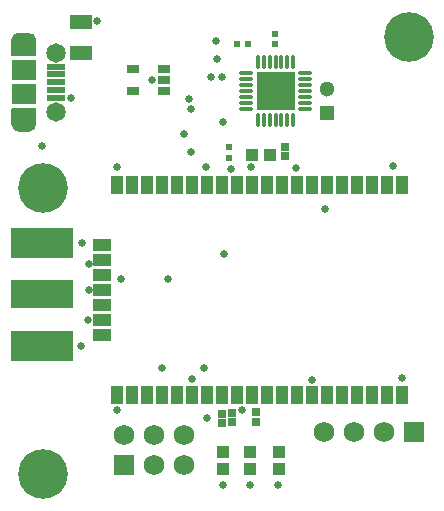
<source format=gbr>
%TF.GenerationSoftware,Altium Limited,Altium Designer,23.3.1 (30)*%
G04 Layer_Color=8388736*
%FSLAX45Y45*%
%MOMM*%
%TF.SameCoordinates,3D4662BF-085F-4CF4-8E86-F61BF3E894F1*%
%TF.FilePolarity,Negative*%
%TF.FileFunction,Soldermask,Top*%
%TF.Part,Single*%
G01*
G75*
%TA.AperFunction,SMDPad,CuDef*%
%ADD11R,1.52400X1.01600*%
%ADD12R,1.01600X1.52400*%
%ADD13R,0.56818X0.57247*%
%ADD24R,0.99000X0.69000*%
%ADD25R,0.57247X0.56818*%
%ADD27R,0.47247X0.46818*%
%TA.AperFunction,ComponentPad*%
%ADD37R,1.30000X1.30000*%
%ADD38C,1.30000*%
%TA.AperFunction,NonConductor*%
%ADD57C,0.70320*%
%TA.AperFunction,ConnectorPad*%
%ADD58R,5.28320X2.61620*%
%ADD59R,5.28320X2.48920*%
%TA.AperFunction,SMDPad,CuDef*%
%ADD60R,1.00320X1.00320*%
%ADD61R,0.65320X0.65320*%
%TA.AperFunction,ConnectorPad*%
%ADD62R,2.10320X1.70320*%
%ADD63R,1.55320X0.60320*%
%TA.AperFunction,SMDPad,CuDef*%
%ADD64O,1.15320X0.40320*%
%ADD65O,0.40320X1.15320*%
%ADD66R,3.33320X3.33320*%
%ADD67R,1.90320X1.30320*%
%ADD68R,1.00320X1.00320*%
%TA.AperFunction,ViaPad*%
%ADD69C,4.20320*%
%TA.AperFunction,ComponentPad*%
%ADD70R,1.75320X1.75320*%
%ADD71C,1.75320*%
%ADD72C,1.65320*%
%TA.AperFunction,ViaPad*%
%ADD73C,0.64720*%
%ADD74C,0.70320*%
G36*
X236029Y3397795D02*
X237335Y3397535D01*
X238596Y3397107D01*
X239791Y3396517D01*
X240898Y3395778D01*
X241900Y3394899D01*
X242778Y3393898D01*
X243518Y3392791D01*
X244107Y3391596D01*
X244535Y3390335D01*
X244795Y3389029D01*
X244882Y3387700D01*
Y3257700D01*
X244795Y3256371D01*
X244535Y3255065D01*
X244107Y3253804D01*
X243518Y3252609D01*
X242778Y3251501D01*
X241900Y3250500D01*
X240898Y3249622D01*
X239791Y3248882D01*
X238596Y3248293D01*
X237335Y3247865D01*
X236029Y3247605D01*
X234700Y3247518D01*
X194885D01*
Y3207702D01*
X194797Y3206373D01*
X194538Y3205067D01*
X194110Y3203806D01*
X193819Y3203217D01*
X193521Y3202611D01*
X192781Y3201504D01*
X191903Y3200503D01*
X191902D01*
Y3200502D01*
X190901Y3199624D01*
X189794Y3198884D01*
X189189Y3198586D01*
X188599Y3198295D01*
X187338Y3197867D01*
X186032Y3197607D01*
X184703Y3197520D01*
X94700Y3197518D01*
D01*
X94700D01*
X93371Y3197605D01*
X92065Y3197865D01*
X90804Y3198293D01*
X90215Y3198583D01*
X89609Y3198882D01*
X88502Y3199622D01*
X87501Y3200500D01*
Y3200500D01*
X87500D01*
X86622Y3201501D01*
X85882Y3202609D01*
X85584Y3203214D01*
X85293Y3203803D01*
X84865Y3205064D01*
X84605Y3206371D01*
X84518Y3207699D01*
D01*
Y3207700D01*
Y3247518D01*
X44700D01*
X43371Y3247605D01*
X42065Y3247865D01*
X40804Y3248293D01*
X39609Y3248882D01*
X38502Y3249622D01*
X37500Y3250500D01*
X36622Y3251501D01*
X35882Y3252609D01*
X35293Y3253804D01*
X34865Y3255065D01*
X34605Y3256371D01*
X34518Y3257700D01*
Y3387700D01*
X34605Y3389029D01*
X34865Y3390335D01*
X35293Y3391596D01*
X35882Y3392791D01*
X36622Y3393898D01*
X37500Y3394899D01*
X38502Y3395778D01*
X39609Y3396517D01*
X40804Y3397107D01*
X42065Y3397535D01*
X43371Y3397795D01*
X44700Y3397882D01*
X234700D01*
X236029Y3397795D01*
D02*
G37*
G36*
X186029Y4037795D02*
X187335Y4037535D01*
X188596Y4037107D01*
X189185Y4036816D01*
X189791Y4036518D01*
X190898Y4035778D01*
X191899Y4034900D01*
Y4034900D01*
X191900D01*
X192778Y4033898D01*
X193518Y4032791D01*
X193816Y4032186D01*
X194107Y4031597D01*
X194535Y4030336D01*
X194795Y4029029D01*
X194882Y4027700D01*
D01*
Y4027700D01*
Y3987882D01*
X234700D01*
X236029Y3987795D01*
X237335Y3987535D01*
X238596Y3987107D01*
X239791Y3986518D01*
X240898Y3985778D01*
X241900Y3984900D01*
X242778Y3983898D01*
X243518Y3982791D01*
X244107Y3981596D01*
X244535Y3980335D01*
X244795Y3979029D01*
X244882Y3977700D01*
Y3847700D01*
X244795Y3846371D01*
X244535Y3845065D01*
X244107Y3843804D01*
X243518Y3842609D01*
X242778Y3841502D01*
X241900Y3840500D01*
X240898Y3839622D01*
X239791Y3838882D01*
X238596Y3838293D01*
X237335Y3837865D01*
X236029Y3837605D01*
X234700Y3837518D01*
X44700D01*
X43371Y3837605D01*
X42065Y3837865D01*
X40804Y3838293D01*
X39609Y3838882D01*
X38502Y3839622D01*
X37500Y3840500D01*
X36622Y3841502D01*
X35882Y3842609D01*
X35293Y3843804D01*
X34865Y3845065D01*
X34605Y3846371D01*
X34518Y3847700D01*
Y3977700D01*
X34605Y3979029D01*
X34865Y3980335D01*
X35293Y3981596D01*
X35882Y3982791D01*
X36622Y3983898D01*
X37500Y3984900D01*
X38502Y3985778D01*
X39609Y3986518D01*
X40804Y3987107D01*
X42065Y3987535D01*
X43371Y3987795D01*
X44700Y3987882D01*
X84515D01*
Y4027698D01*
X84603Y4029027D01*
X84862Y4030333D01*
X85290Y4031594D01*
X85581Y4032183D01*
X85879Y4032788D01*
X86619Y4033896D01*
X87497Y4034897D01*
X87498D01*
Y4034897D01*
X88499Y4035776D01*
X89606Y4036515D01*
X90211Y4036814D01*
X90801Y4037105D01*
X92062Y4037533D01*
X93368Y4037793D01*
X94697Y4037880D01*
X184700Y4037882D01*
D01*
X184700D01*
X186029Y4037795D01*
D02*
G37*
D11*
X800100Y1478500D02*
D03*
Y1605500D02*
D03*
Y1732500D02*
D03*
Y1859500D02*
D03*
Y1986500D02*
D03*
Y2113500D02*
D03*
Y2240500D02*
D03*
D12*
X3340100Y970500D02*
D03*
X3213100D02*
D03*
X3086100D02*
D03*
X2959100D02*
D03*
X2832100D02*
D03*
X2705100D02*
D03*
X2578100D02*
D03*
X2451100D02*
D03*
X2324100D02*
D03*
X2197100D02*
D03*
X2070100D02*
D03*
X1943100D02*
D03*
X1816100D02*
D03*
X1689100D02*
D03*
X1562100D02*
D03*
X1435100D02*
D03*
X1308100D02*
D03*
X1181100D02*
D03*
X1054100D02*
D03*
X927100D02*
D03*
Y2748500D02*
D03*
X1054100D02*
D03*
X1181100D02*
D03*
X1308100D02*
D03*
X1435100D02*
D03*
X1562100D02*
D03*
X1689100D02*
D03*
X1816100D02*
D03*
X1943100D02*
D03*
X2070100D02*
D03*
X2197100D02*
D03*
X2324100D02*
D03*
X2451100D02*
D03*
X2578100D02*
D03*
X2705100D02*
D03*
X2832100D02*
D03*
X2959100D02*
D03*
X3086100D02*
D03*
X3213100D02*
D03*
X3340100D02*
D03*
D13*
X2039114Y3942300D02*
D03*
X1948685D02*
D03*
D24*
X1323300Y3542499D02*
D03*
Y3637500D02*
D03*
Y3732501D02*
D03*
X1064301D02*
D03*
Y3542499D02*
D03*
D25*
X1879600Y3066000D02*
D03*
Y2975571D02*
D03*
D27*
X2265000Y3942284D02*
D03*
Y4022716D02*
D03*
D37*
X2705100Y3358100D02*
D03*
D38*
Y3558100D02*
D03*
D57*
X209700Y3257700D02*
G03*
X209700Y3257700I-25000J0D01*
G01*
X119700D02*
G03*
X119700Y3257700I-25000J0D01*
G01*
X209700Y3977700D02*
G03*
X209700Y3977700I-25000J0D01*
G01*
X119700D02*
G03*
X119700Y3977700I-25000J0D01*
G01*
D58*
X292100Y2259550D02*
D03*
Y1383250D02*
D03*
D59*
Y1821400D02*
D03*
D60*
X2057508Y489992D02*
D03*
Y339990D02*
D03*
X2300008Y489992D02*
D03*
Y339990D02*
D03*
X1825010Y489989D02*
D03*
Y339992D02*
D03*
D61*
X1905000Y740000D02*
D03*
Y820000D02*
D03*
X2102500Y742500D02*
D03*
Y822500D02*
D03*
X1815000Y730000D02*
D03*
Y810000D02*
D03*
X2350000Y3070000D02*
D03*
Y2990000D02*
D03*
D62*
X139700Y3517698D02*
D03*
Y3717698D02*
D03*
D63*
X409702Y3487701D02*
D03*
Y3552700D02*
D03*
Y3617698D02*
D03*
Y3682702D02*
D03*
Y3747700D02*
D03*
D64*
X2023400Y3692400D02*
D03*
Y3642402D02*
D03*
Y3592400D02*
D03*
Y3542402D02*
D03*
Y3492400D02*
D03*
Y3442403D02*
D03*
Y3392400D02*
D03*
X2518400D02*
D03*
Y3442403D02*
D03*
Y3492400D02*
D03*
Y3542402D02*
D03*
Y3592400D02*
D03*
Y3642402D02*
D03*
Y3692400D02*
D03*
D65*
X2120900Y3294900D02*
D03*
X2170902D02*
D03*
X2220900D02*
D03*
X2270902D02*
D03*
X2320900D02*
D03*
X2370902D02*
D03*
X2420899D02*
D03*
Y3789900D02*
D03*
X2370902D02*
D03*
X2320900D02*
D03*
X2270902D02*
D03*
X2220900D02*
D03*
X2170902D02*
D03*
X2120900D02*
D03*
D66*
X2270902Y3542402D02*
D03*
D67*
X620000Y4127500D02*
D03*
Y3867501D02*
D03*
D68*
X2071290Y3002492D02*
D03*
X2221292D02*
D03*
D69*
X300000Y2720000D02*
D03*
X3400000Y4000000D02*
D03*
X300000Y300000D02*
D03*
D70*
X990600Y373600D02*
D03*
X3441700Y653000D02*
D03*
D71*
X1244600Y373600D02*
D03*
X1498600D02*
D03*
X990600Y627600D02*
D03*
X1244600D02*
D03*
X1498600D02*
D03*
X3187700Y653000D02*
D03*
X2933700D02*
D03*
X2679700D02*
D03*
D72*
X409702Y3867700D02*
D03*
Y3367701D02*
D03*
D73*
X295000Y3077500D02*
D03*
X1822500Y210000D02*
D03*
X2057500Y205000D02*
D03*
X2295000D02*
D03*
X1991305Y840244D02*
D03*
X1689100Y770000D02*
D03*
X1557500Y3027500D02*
D03*
X1560000Y1105000D02*
D03*
X927500Y840000D02*
D03*
X625000Y1380000D02*
D03*
X630000Y2260000D02*
D03*
X1357500Y1952500D02*
D03*
X1892300Y2885931D02*
D03*
X962500Y1950000D02*
D03*
X3267500Y2907500D02*
D03*
X2445000Y2895000D02*
D03*
X2065000Y2900000D02*
D03*
X927500Y2902500D02*
D03*
X1685000Y2897500D02*
D03*
X540000Y3485000D02*
D03*
X1225000Y3637500D02*
D03*
X760000Y4132500D02*
D03*
X1552879Y3388321D02*
D03*
X1540000Y3472500D02*
D03*
X1815000Y3657500D02*
D03*
X1727942D02*
D03*
X1828800Y3281900D02*
D03*
X2580000Y1092500D02*
D03*
X3340000Y1110000D02*
D03*
X690000Y1857500D02*
D03*
Y2080000D02*
D03*
X685000Y1602500D02*
D03*
X1663700Y1199100D02*
D03*
X1308100D02*
D03*
X1838000Y2160800D02*
D03*
X2692400Y2545300D02*
D03*
X1769282Y3967700D02*
D03*
X1778000Y3815300D02*
D03*
X1498600Y3180300D02*
D03*
D74*
X2160900Y3652400D02*
D03*
X2270902D02*
D03*
X2380899D02*
D03*
X2160900Y3542402D02*
D03*
X2270902D02*
D03*
X2380899D02*
D03*
X2160900Y3432400D02*
D03*
X2270902D02*
D03*
X2380899D02*
D03*
%TF.MD5,d718129daa7c6aa680a5a41ef0fcf360*%
M02*

</source>
